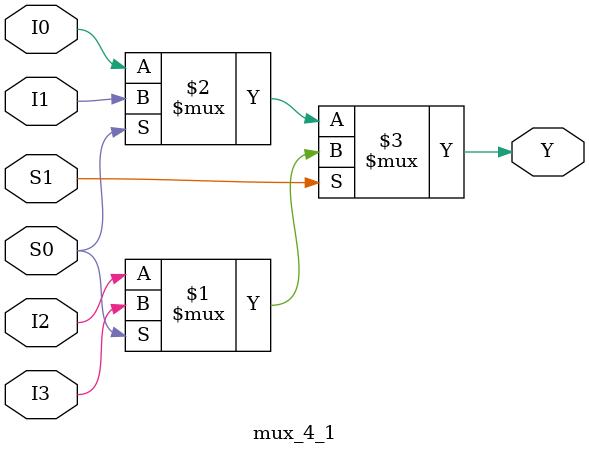
<source format=v>
`timescale 1ns / 1ps
module mux_4_1(
output Y,
input S1,S0,I3,I2,I1,I0
    );
assign Y=(S1)?((S0)?I3:I2):((S0)?I1:I0);
endmodule

</source>
